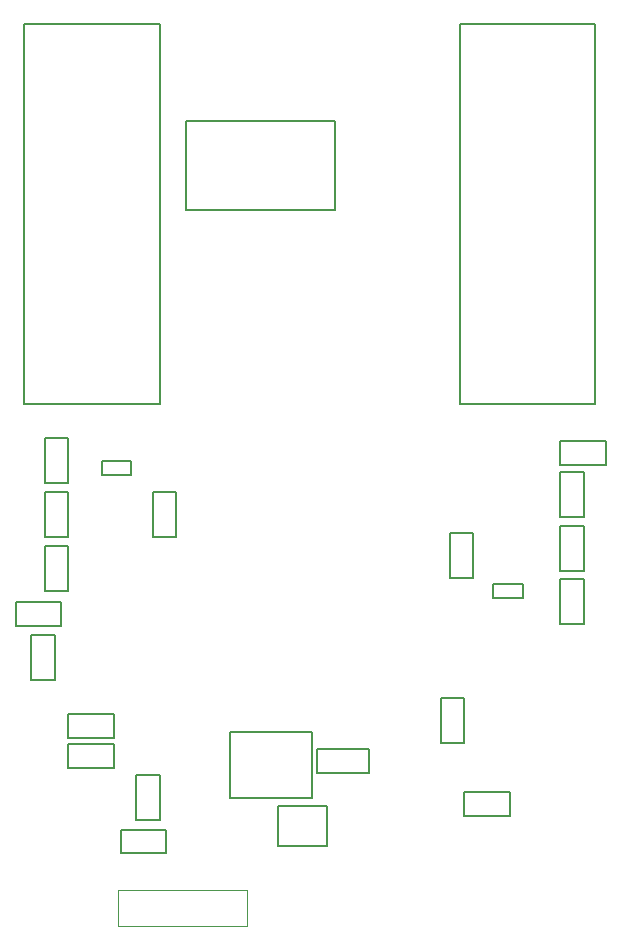
<source format=gbr>
G04*
G04 #@! TF.GenerationSoftware,Altium Limited,Altium Designer,24.6.1 (21)*
G04*
G04 Layer_Color=32768*
%FSLAX25Y25*%
%MOIN*%
G70*
G04*
G04 #@! TF.SameCoordinates,3E969972-8C0A-4DBC-9D31-E8772DB7AAD8*
G04*
G04*
G04 #@! TF.FilePolarity,Positive*
G04*
G01*
G75*
%ADD11C,0.00787*%
%ADD61C,0.00197*%
D11*
X373022Y241424D02*
Y249298D01*
X355699D02*
X373022D01*
X355699Y241424D02*
Y249298D01*
Y241424D02*
X373022D01*
X326758Y255090D02*
X354144D01*
Y232909D02*
Y255090D01*
X326758Y232909D02*
X354144D01*
X326758D02*
Y255090D01*
X290496Y214539D02*
X305504D01*
X290496D02*
Y222461D01*
X305504D01*
Y214539D02*
Y222461D01*
X295539Y225653D02*
Y240661D01*
X303461D01*
Y225653D02*
Y240661D01*
X295539Y225653D02*
X303461D01*
X359283Y216807D02*
Y230193D01*
X342724D02*
X359283D01*
X342724D02*
X342724Y216807D01*
X359283Y216807D01*
X288004Y252886D02*
Y260807D01*
X272996D02*
X288004D01*
X272996Y252886D02*
Y260807D01*
Y252886D02*
X288004D01*
X414579Y304209D02*
X424421D01*
X424421Y299484D02*
X424421Y304209D01*
X414579Y299484D02*
X424421D01*
X414579D02*
Y304209D01*
X288004Y243039D02*
Y250961D01*
X272996D02*
X288004D01*
X272996Y243039D02*
Y250961D01*
Y243039D02*
X288004D01*
X260539Y272342D02*
Y287351D01*
X268461Y287351D01*
Y272342D02*
Y287351D01*
X260539Y272342D02*
X268461D01*
X397039Y251185D02*
Y266194D01*
X404961D01*
Y251185D02*
Y266194D01*
X397039Y251185D02*
X404961D01*
X284079Y340484D02*
X293921D01*
X284079D02*
Y345209D01*
X293921Y345209D01*
Y340484D02*
Y345209D01*
X255496Y290386D02*
X270504D01*
X255496D02*
Y298307D01*
X270504D01*
Y290386D02*
Y298307D01*
X436996Y351807D02*
X452004D01*
Y343886D02*
Y351807D01*
X436996Y343886D02*
X452004D01*
X436996D02*
Y351807D01*
X448649Y364292D02*
Y491064D01*
X403373Y364292D02*
X448649D01*
X403373D02*
Y491064D01*
X448649Y491064D01*
X404996Y234807D02*
X420004D01*
Y226886D02*
Y234807D01*
X404996Y226886D02*
X420004D01*
X404996D02*
Y234807D01*
X312271Y429002D02*
X312271Y458691D01*
X361877D01*
X361877Y429002D02*
X361877Y458691D01*
X312271Y429002D02*
X361877Y429002D01*
X303349Y491064D02*
X303349Y364292D01*
X258073D02*
X303349D01*
X258073D02*
Y491064D01*
X303349D01*
X308961Y320017D02*
Y335026D01*
X301039Y320017D02*
X308961Y320017D01*
X301039Y320017D02*
Y335026D01*
X308961D01*
X400039Y306185D02*
Y321194D01*
X407961D01*
Y306185D02*
Y321194D01*
X400039Y306185D02*
X407961D01*
X265039Y337842D02*
Y352851D01*
X272961D01*
Y337842D02*
Y352851D01*
X265039Y337842D02*
X272961D01*
Y320017D02*
Y335026D01*
X265039Y320017D02*
X272961D01*
X265039D02*
Y335026D01*
X272961D01*
X265039Y302017D02*
Y317025D01*
X272961D01*
Y302017D02*
Y317025D01*
X265039Y302017D02*
X272961D01*
X444716Y326630D02*
Y341639D01*
X436794Y326630D02*
X444716Y326630D01*
X436794Y341639D02*
X436794Y326630D01*
X436794Y341639D02*
X444716Y341639D01*
X444716Y290816D02*
Y305825D01*
X436794Y290816D02*
X444716Y290816D01*
X436794Y290816D02*
Y305825D01*
X444716Y305825D01*
X436794Y308473D02*
Y323482D01*
X444716D01*
Y308473D02*
Y323482D01*
X436794Y308473D02*
X444716Y308473D01*
D61*
X332378Y190264D02*
Y202429D01*
X289622D02*
X332378D01*
X289622Y190264D02*
Y202429D01*
Y190264D02*
X332378D01*
M02*

</source>
